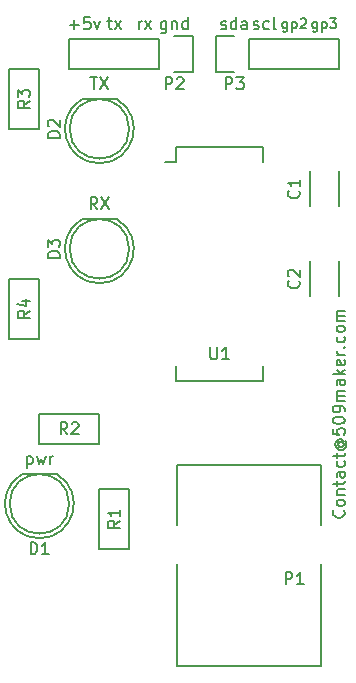
<source format=gto>
G04 #@! TF.FileFunction,Legend,Top*
%FSLAX46Y46*%
G04 Gerber Fmt 4.6, Leading zero omitted, Abs format (unit mm)*
G04 Created by KiCad (PCBNEW 4.0.4+e1-6308~48~ubuntu16.04.1-stable) date Thu Oct 20 18:00:38 2016*
%MOMM*%
%LPD*%
G01*
G04 APERTURE LIST*
%ADD10C,0.100000*%
%ADD11C,0.200000*%
%ADD12C,0.150000*%
G04 APERTURE END LIST*
D10*
D11*
X156872857Y-72207857D02*
X156872857Y-72895952D01*
X156832380Y-72976905D01*
X156791904Y-73017381D01*
X156710952Y-73057857D01*
X156589523Y-73057857D01*
X156508571Y-73017381D01*
X156872857Y-72734048D02*
X156791904Y-72774524D01*
X156630000Y-72774524D01*
X156549047Y-72734048D01*
X156508571Y-72693571D01*
X156468095Y-72612619D01*
X156468095Y-72369762D01*
X156508571Y-72288810D01*
X156549047Y-72248333D01*
X156630000Y-72207857D01*
X156791904Y-72207857D01*
X156872857Y-72248333D01*
X157277619Y-72207857D02*
X157277619Y-73057857D01*
X157277619Y-72248333D02*
X157358571Y-72207857D01*
X157520476Y-72207857D01*
X157601428Y-72248333D01*
X157641905Y-72288810D01*
X157682381Y-72369762D01*
X157682381Y-72612619D01*
X157641905Y-72693571D01*
X157601428Y-72734048D01*
X157520476Y-72774524D01*
X157358571Y-72774524D01*
X157277619Y-72734048D01*
X157965715Y-71924524D02*
X158491905Y-71924524D01*
X158208572Y-72248333D01*
X158330000Y-72248333D01*
X158410953Y-72288810D01*
X158451429Y-72329286D01*
X158491905Y-72410238D01*
X158491905Y-72612619D01*
X158451429Y-72693571D01*
X158410953Y-72734048D01*
X158330000Y-72774524D01*
X158087143Y-72774524D01*
X158006191Y-72734048D01*
X157965715Y-72693571D01*
X154332857Y-72207857D02*
X154332857Y-72895952D01*
X154292380Y-72976905D01*
X154251904Y-73017381D01*
X154170952Y-73057857D01*
X154049523Y-73057857D01*
X153968571Y-73017381D01*
X154332857Y-72734048D02*
X154251904Y-72774524D01*
X154090000Y-72774524D01*
X154009047Y-72734048D01*
X153968571Y-72693571D01*
X153928095Y-72612619D01*
X153928095Y-72369762D01*
X153968571Y-72288810D01*
X154009047Y-72248333D01*
X154090000Y-72207857D01*
X154251904Y-72207857D01*
X154332857Y-72248333D01*
X154737619Y-72207857D02*
X154737619Y-73057857D01*
X154737619Y-72248333D02*
X154818571Y-72207857D01*
X154980476Y-72207857D01*
X155061428Y-72248333D01*
X155101905Y-72288810D01*
X155142381Y-72369762D01*
X155142381Y-72612619D01*
X155101905Y-72693571D01*
X155061428Y-72734048D01*
X154980476Y-72774524D01*
X154818571Y-72774524D01*
X154737619Y-72734048D01*
X155466191Y-72005476D02*
X155506667Y-71965000D01*
X155587619Y-71924524D01*
X155790000Y-71924524D01*
X155870953Y-71965000D01*
X155911429Y-72005476D01*
X155951905Y-72086429D01*
X155951905Y-72167381D01*
X155911429Y-72288810D01*
X155425715Y-72774524D01*
X155951905Y-72774524D01*
X151495238Y-72794762D02*
X151590476Y-72842381D01*
X151780952Y-72842381D01*
X151876191Y-72794762D01*
X151923810Y-72699524D01*
X151923810Y-72651905D01*
X151876191Y-72556667D01*
X151780952Y-72509048D01*
X151638095Y-72509048D01*
X151542857Y-72461429D01*
X151495238Y-72366190D01*
X151495238Y-72318571D01*
X151542857Y-72223333D01*
X151638095Y-72175714D01*
X151780952Y-72175714D01*
X151876191Y-72223333D01*
X152780953Y-72794762D02*
X152685715Y-72842381D01*
X152495238Y-72842381D01*
X152400000Y-72794762D01*
X152352381Y-72747143D01*
X152304762Y-72651905D01*
X152304762Y-72366190D01*
X152352381Y-72270952D01*
X152400000Y-72223333D01*
X152495238Y-72175714D01*
X152685715Y-72175714D01*
X152780953Y-72223333D01*
X153352381Y-72842381D02*
X153257143Y-72794762D01*
X153209524Y-72699524D01*
X153209524Y-71842381D01*
X148740952Y-72794762D02*
X148836190Y-72842381D01*
X149026666Y-72842381D01*
X149121905Y-72794762D01*
X149169524Y-72699524D01*
X149169524Y-72651905D01*
X149121905Y-72556667D01*
X149026666Y-72509048D01*
X148883809Y-72509048D01*
X148788571Y-72461429D01*
X148740952Y-72366190D01*
X148740952Y-72318571D01*
X148788571Y-72223333D01*
X148883809Y-72175714D01*
X149026666Y-72175714D01*
X149121905Y-72223333D01*
X150026667Y-72842381D02*
X150026667Y-71842381D01*
X150026667Y-72794762D02*
X149931429Y-72842381D01*
X149740952Y-72842381D01*
X149645714Y-72794762D01*
X149598095Y-72747143D01*
X149550476Y-72651905D01*
X149550476Y-72366190D01*
X149598095Y-72270952D01*
X149645714Y-72223333D01*
X149740952Y-72175714D01*
X149931429Y-72175714D01*
X150026667Y-72223333D01*
X150931429Y-72842381D02*
X150931429Y-72318571D01*
X150883810Y-72223333D01*
X150788572Y-72175714D01*
X150598095Y-72175714D01*
X150502857Y-72223333D01*
X150931429Y-72794762D02*
X150836191Y-72842381D01*
X150598095Y-72842381D01*
X150502857Y-72794762D01*
X150455238Y-72699524D01*
X150455238Y-72604286D01*
X150502857Y-72509048D01*
X150598095Y-72461429D01*
X150836191Y-72461429D01*
X150931429Y-72413810D01*
X135921905Y-72461429D02*
X136683810Y-72461429D01*
X136302858Y-72842381D02*
X136302858Y-72080476D01*
X137636191Y-71842381D02*
X137160000Y-71842381D01*
X137112381Y-72318571D01*
X137160000Y-72270952D01*
X137255238Y-72223333D01*
X137493334Y-72223333D01*
X137588572Y-72270952D01*
X137636191Y-72318571D01*
X137683810Y-72413810D01*
X137683810Y-72651905D01*
X137636191Y-72747143D01*
X137588572Y-72794762D01*
X137493334Y-72842381D01*
X137255238Y-72842381D01*
X137160000Y-72794762D01*
X137112381Y-72747143D01*
X138017143Y-72175714D02*
X138255238Y-72842381D01*
X138493334Y-72175714D01*
X139104762Y-72175714D02*
X139485714Y-72175714D01*
X139247619Y-71842381D02*
X139247619Y-72699524D01*
X139295238Y-72794762D01*
X139390476Y-72842381D01*
X139485714Y-72842381D01*
X139723810Y-72842381D02*
X140247620Y-72175714D01*
X139723810Y-72175714D02*
X140247620Y-72842381D01*
X141763809Y-72842381D02*
X141763809Y-72175714D01*
X141763809Y-72366190D02*
X141811428Y-72270952D01*
X141859047Y-72223333D01*
X141954285Y-72175714D01*
X142049524Y-72175714D01*
X142287619Y-72842381D02*
X142811429Y-72175714D01*
X142287619Y-72175714D02*
X142811429Y-72842381D01*
X144089524Y-72175714D02*
X144089524Y-72985238D01*
X144041905Y-73080476D01*
X143994286Y-73128095D01*
X143899047Y-73175714D01*
X143756190Y-73175714D01*
X143660952Y-73128095D01*
X144089524Y-72794762D02*
X143994286Y-72842381D01*
X143803809Y-72842381D01*
X143708571Y-72794762D01*
X143660952Y-72747143D01*
X143613333Y-72651905D01*
X143613333Y-72366190D01*
X143660952Y-72270952D01*
X143708571Y-72223333D01*
X143803809Y-72175714D01*
X143994286Y-72175714D01*
X144089524Y-72223333D01*
X144565714Y-72175714D02*
X144565714Y-72842381D01*
X144565714Y-72270952D02*
X144613333Y-72223333D01*
X144708571Y-72175714D01*
X144851429Y-72175714D01*
X144946667Y-72223333D01*
X144994286Y-72318571D01*
X144994286Y-72842381D01*
X145899048Y-72842381D02*
X145899048Y-71842381D01*
X145899048Y-72794762D02*
X145803810Y-72842381D01*
X145613333Y-72842381D01*
X145518095Y-72794762D01*
X145470476Y-72747143D01*
X145422857Y-72651905D01*
X145422857Y-72366190D01*
X145470476Y-72270952D01*
X145518095Y-72223333D01*
X145613333Y-72175714D01*
X145803810Y-72175714D01*
X145899048Y-72223333D01*
X159107143Y-113576667D02*
X159154762Y-113624286D01*
X159202381Y-113767143D01*
X159202381Y-113862381D01*
X159154762Y-114005239D01*
X159059524Y-114100477D01*
X158964286Y-114148096D01*
X158773810Y-114195715D01*
X158630952Y-114195715D01*
X158440476Y-114148096D01*
X158345238Y-114100477D01*
X158250000Y-114005239D01*
X158202381Y-113862381D01*
X158202381Y-113767143D01*
X158250000Y-113624286D01*
X158297619Y-113576667D01*
X159202381Y-113005239D02*
X159154762Y-113100477D01*
X159107143Y-113148096D01*
X159011905Y-113195715D01*
X158726190Y-113195715D01*
X158630952Y-113148096D01*
X158583333Y-113100477D01*
X158535714Y-113005239D01*
X158535714Y-112862381D01*
X158583333Y-112767143D01*
X158630952Y-112719524D01*
X158726190Y-112671905D01*
X159011905Y-112671905D01*
X159107143Y-112719524D01*
X159154762Y-112767143D01*
X159202381Y-112862381D01*
X159202381Y-113005239D01*
X158535714Y-112243334D02*
X159202381Y-112243334D01*
X158630952Y-112243334D02*
X158583333Y-112195715D01*
X158535714Y-112100477D01*
X158535714Y-111957619D01*
X158583333Y-111862381D01*
X158678571Y-111814762D01*
X159202381Y-111814762D01*
X158535714Y-111481429D02*
X158535714Y-111100477D01*
X158202381Y-111338572D02*
X159059524Y-111338572D01*
X159154762Y-111290953D01*
X159202381Y-111195715D01*
X159202381Y-111100477D01*
X159202381Y-110338571D02*
X158678571Y-110338571D01*
X158583333Y-110386190D01*
X158535714Y-110481428D01*
X158535714Y-110671905D01*
X158583333Y-110767143D01*
X159154762Y-110338571D02*
X159202381Y-110433809D01*
X159202381Y-110671905D01*
X159154762Y-110767143D01*
X159059524Y-110814762D01*
X158964286Y-110814762D01*
X158869048Y-110767143D01*
X158821429Y-110671905D01*
X158821429Y-110433809D01*
X158773810Y-110338571D01*
X159154762Y-109433809D02*
X159202381Y-109529047D01*
X159202381Y-109719524D01*
X159154762Y-109814762D01*
X159107143Y-109862381D01*
X159011905Y-109910000D01*
X158726190Y-109910000D01*
X158630952Y-109862381D01*
X158583333Y-109814762D01*
X158535714Y-109719524D01*
X158535714Y-109529047D01*
X158583333Y-109433809D01*
X158535714Y-109148095D02*
X158535714Y-108767143D01*
X158202381Y-109005238D02*
X159059524Y-109005238D01*
X159154762Y-108957619D01*
X159202381Y-108862381D01*
X159202381Y-108767143D01*
X158726190Y-107814761D02*
X158678571Y-107862380D01*
X158630952Y-107957618D01*
X158630952Y-108052856D01*
X158678571Y-108148094D01*
X158726190Y-108195714D01*
X158821429Y-108243333D01*
X158916667Y-108243333D01*
X159011905Y-108195714D01*
X159059524Y-108148094D01*
X159107143Y-108052856D01*
X159107143Y-107957618D01*
X159059524Y-107862380D01*
X159011905Y-107814761D01*
X158630952Y-107814761D02*
X159011905Y-107814761D01*
X159059524Y-107767142D01*
X159059524Y-107719523D01*
X159011905Y-107624285D01*
X158916667Y-107576666D01*
X158678571Y-107576666D01*
X158535714Y-107671904D01*
X158440476Y-107814761D01*
X158392857Y-108005237D01*
X158440476Y-108195714D01*
X158535714Y-108338571D01*
X158678571Y-108433809D01*
X158869048Y-108481428D01*
X159059524Y-108433809D01*
X159202381Y-108338571D01*
X159297619Y-108195714D01*
X159345238Y-108005237D01*
X159297619Y-107814761D01*
X159202381Y-107671904D01*
X158202381Y-106671904D02*
X158202381Y-107148095D01*
X158678571Y-107195714D01*
X158630952Y-107148095D01*
X158583333Y-107052857D01*
X158583333Y-106814761D01*
X158630952Y-106719523D01*
X158678571Y-106671904D01*
X158773810Y-106624285D01*
X159011905Y-106624285D01*
X159107143Y-106671904D01*
X159154762Y-106719523D01*
X159202381Y-106814761D01*
X159202381Y-107052857D01*
X159154762Y-107148095D01*
X159107143Y-107195714D01*
X158202381Y-106005238D02*
X158202381Y-105909999D01*
X158250000Y-105814761D01*
X158297619Y-105767142D01*
X158392857Y-105719523D01*
X158583333Y-105671904D01*
X158821429Y-105671904D01*
X159011905Y-105719523D01*
X159107143Y-105767142D01*
X159154762Y-105814761D01*
X159202381Y-105909999D01*
X159202381Y-106005238D01*
X159154762Y-106100476D01*
X159107143Y-106148095D01*
X159011905Y-106195714D01*
X158821429Y-106243333D01*
X158583333Y-106243333D01*
X158392857Y-106195714D01*
X158297619Y-106148095D01*
X158250000Y-106100476D01*
X158202381Y-106005238D01*
X159202381Y-105195714D02*
X159202381Y-105005238D01*
X159154762Y-104909999D01*
X159107143Y-104862380D01*
X158964286Y-104767142D01*
X158773810Y-104719523D01*
X158392857Y-104719523D01*
X158297619Y-104767142D01*
X158250000Y-104814761D01*
X158202381Y-104909999D01*
X158202381Y-105100476D01*
X158250000Y-105195714D01*
X158297619Y-105243333D01*
X158392857Y-105290952D01*
X158630952Y-105290952D01*
X158726190Y-105243333D01*
X158773810Y-105195714D01*
X158821429Y-105100476D01*
X158821429Y-104909999D01*
X158773810Y-104814761D01*
X158726190Y-104767142D01*
X158630952Y-104719523D01*
X159202381Y-104290952D02*
X158535714Y-104290952D01*
X158630952Y-104290952D02*
X158583333Y-104243333D01*
X158535714Y-104148095D01*
X158535714Y-104005237D01*
X158583333Y-103909999D01*
X158678571Y-103862380D01*
X159202381Y-103862380D01*
X158678571Y-103862380D02*
X158583333Y-103814761D01*
X158535714Y-103719523D01*
X158535714Y-103576666D01*
X158583333Y-103481428D01*
X158678571Y-103433809D01*
X159202381Y-103433809D01*
X159202381Y-102529047D02*
X158678571Y-102529047D01*
X158583333Y-102576666D01*
X158535714Y-102671904D01*
X158535714Y-102862381D01*
X158583333Y-102957619D01*
X159154762Y-102529047D02*
X159202381Y-102624285D01*
X159202381Y-102862381D01*
X159154762Y-102957619D01*
X159059524Y-103005238D01*
X158964286Y-103005238D01*
X158869048Y-102957619D01*
X158821429Y-102862381D01*
X158821429Y-102624285D01*
X158773810Y-102529047D01*
X159202381Y-102052857D02*
X158202381Y-102052857D01*
X158821429Y-101957619D02*
X159202381Y-101671904D01*
X158535714Y-101671904D02*
X158916667Y-102052857D01*
X159154762Y-100862380D02*
X159202381Y-100957618D01*
X159202381Y-101148095D01*
X159154762Y-101243333D01*
X159059524Y-101290952D01*
X158678571Y-101290952D01*
X158583333Y-101243333D01*
X158535714Y-101148095D01*
X158535714Y-100957618D01*
X158583333Y-100862380D01*
X158678571Y-100814761D01*
X158773810Y-100814761D01*
X158869048Y-101290952D01*
X159202381Y-100386190D02*
X158535714Y-100386190D01*
X158726190Y-100386190D02*
X158630952Y-100338571D01*
X158583333Y-100290952D01*
X158535714Y-100195714D01*
X158535714Y-100100475D01*
X159107143Y-99767142D02*
X159154762Y-99719523D01*
X159202381Y-99767142D01*
X159154762Y-99814761D01*
X159107143Y-99767142D01*
X159202381Y-99767142D01*
X159154762Y-98862380D02*
X159202381Y-98957618D01*
X159202381Y-99148095D01*
X159154762Y-99243333D01*
X159107143Y-99290952D01*
X159011905Y-99338571D01*
X158726190Y-99338571D01*
X158630952Y-99290952D01*
X158583333Y-99243333D01*
X158535714Y-99148095D01*
X158535714Y-98957618D01*
X158583333Y-98862380D01*
X159202381Y-98290952D02*
X159154762Y-98386190D01*
X159107143Y-98433809D01*
X159011905Y-98481428D01*
X158726190Y-98481428D01*
X158630952Y-98433809D01*
X158583333Y-98386190D01*
X158535714Y-98290952D01*
X158535714Y-98148094D01*
X158583333Y-98052856D01*
X158630952Y-98005237D01*
X158726190Y-97957618D01*
X159011905Y-97957618D01*
X159107143Y-98005237D01*
X159154762Y-98052856D01*
X159202381Y-98148094D01*
X159202381Y-98290952D01*
X159202381Y-97529047D02*
X158535714Y-97529047D01*
X158630952Y-97529047D02*
X158583333Y-97481428D01*
X158535714Y-97386190D01*
X158535714Y-97243332D01*
X158583333Y-97148094D01*
X158678571Y-97100475D01*
X159202381Y-97100475D01*
X158678571Y-97100475D02*
X158583333Y-97052856D01*
X158535714Y-96957618D01*
X158535714Y-96814761D01*
X158583333Y-96719523D01*
X158678571Y-96671904D01*
X159202381Y-96671904D01*
X138263334Y-88082381D02*
X137930000Y-87606190D01*
X137691905Y-88082381D02*
X137691905Y-87082381D01*
X138072858Y-87082381D01*
X138168096Y-87130000D01*
X138215715Y-87177619D01*
X138263334Y-87272857D01*
X138263334Y-87415714D01*
X138215715Y-87510952D01*
X138168096Y-87558571D01*
X138072858Y-87606190D01*
X137691905Y-87606190D01*
X138596667Y-87082381D02*
X139263334Y-88082381D01*
X139263334Y-87082381D02*
X138596667Y-88082381D01*
X137668095Y-76922381D02*
X138239524Y-76922381D01*
X137953809Y-77922381D02*
X137953809Y-76922381D01*
X138477619Y-76922381D02*
X139144286Y-77922381D01*
X139144286Y-76922381D02*
X138477619Y-77922381D01*
X132302381Y-109005714D02*
X132302381Y-110005714D01*
X132302381Y-109053333D02*
X132397619Y-109005714D01*
X132588096Y-109005714D01*
X132683334Y-109053333D01*
X132730953Y-109100952D01*
X132778572Y-109196190D01*
X132778572Y-109481905D01*
X132730953Y-109577143D01*
X132683334Y-109624762D01*
X132588096Y-109672381D01*
X132397619Y-109672381D01*
X132302381Y-109624762D01*
X133111905Y-109005714D02*
X133302381Y-109672381D01*
X133492858Y-109196190D01*
X133683334Y-109672381D01*
X133873810Y-109005714D01*
X134254762Y-109672381D02*
X134254762Y-109005714D01*
X134254762Y-109196190D02*
X134302381Y-109100952D01*
X134350000Y-109053333D01*
X134445238Y-109005714D01*
X134540477Y-109005714D01*
D12*
X158730000Y-84840000D02*
X158730000Y-87840000D01*
X156230000Y-87840000D02*
X156230000Y-84840000D01*
X158730000Y-92460000D02*
X158730000Y-95460000D01*
X156230000Y-95460000D02*
X156230000Y-92460000D01*
X131825096Y-110545112D02*
G75*
G03X134850000Y-110530000I1524904J-2484888D01*
G01*
X131850000Y-110530000D02*
X134850000Y-110530000D01*
X135867936Y-113030000D02*
G75*
G03X135867936Y-113030000I-2517936J0D01*
G01*
X136905096Y-78795112D02*
G75*
G03X139930000Y-78780000I1524904J-2484888D01*
G01*
X136930000Y-78780000D02*
X139930000Y-78780000D01*
X140947936Y-81280000D02*
G75*
G03X140947936Y-81280000I-2517936J0D01*
G01*
X136905096Y-88955112D02*
G75*
G03X139930000Y-88940000I1524904J-2484888D01*
G01*
X136930000Y-88940000D02*
X139930000Y-88940000D01*
X140947936Y-91440000D02*
G75*
G03X140947936Y-91440000I-2517936J0D01*
G01*
X145034000Y-118110000D02*
X145034000Y-126746000D01*
X145034000Y-109728000D02*
X145034000Y-114808000D01*
X157226000Y-118110000D02*
X157226000Y-126746000D01*
X157226000Y-109728000D02*
X157226000Y-114808000D01*
X157226000Y-126746000D02*
X145034000Y-126746000D01*
X145034000Y-109728000D02*
X157226000Y-109728000D01*
X143510000Y-73660000D02*
X135890000Y-73660000D01*
X143510000Y-76200000D02*
X135890000Y-76200000D01*
X146330000Y-76480000D02*
X144780000Y-76480000D01*
X135890000Y-73660000D02*
X135890000Y-76200000D01*
X143510000Y-76200000D02*
X143510000Y-73660000D01*
X144780000Y-73380000D02*
X146330000Y-73380000D01*
X146330000Y-73380000D02*
X146330000Y-76480000D01*
X151130000Y-76200000D02*
X158750000Y-76200000D01*
X151130000Y-73660000D02*
X158750000Y-73660000D01*
X148310000Y-73380000D02*
X149860000Y-73380000D01*
X158750000Y-76200000D02*
X158750000Y-73660000D01*
X151130000Y-73660000D02*
X151130000Y-76200000D01*
X149860000Y-76480000D02*
X148310000Y-76480000D01*
X148310000Y-76480000D02*
X148310000Y-73380000D01*
X144915000Y-82795000D02*
X144915000Y-84065000D01*
X152265000Y-82795000D02*
X152265000Y-84065000D01*
X152265000Y-102625000D02*
X152265000Y-101355000D01*
X144915000Y-102625000D02*
X144915000Y-101355000D01*
X144915000Y-82795000D02*
X152265000Y-82795000D01*
X144915000Y-102625000D02*
X152265000Y-102625000D01*
X144915000Y-84065000D02*
X143980000Y-84065000D01*
X140970000Y-111760000D02*
X140970000Y-116840000D01*
X140970000Y-116840000D02*
X138430000Y-116840000D01*
X138430000Y-116840000D02*
X138430000Y-111760000D01*
X138430000Y-111760000D02*
X140970000Y-111760000D01*
X138430000Y-107950000D02*
X133350000Y-107950000D01*
X133350000Y-107950000D02*
X133350000Y-105410000D01*
X133350000Y-105410000D02*
X138430000Y-105410000D01*
X138430000Y-105410000D02*
X138430000Y-107950000D01*
X133350000Y-76200000D02*
X133350000Y-81280000D01*
X133350000Y-81280000D02*
X130810000Y-81280000D01*
X130810000Y-81280000D02*
X130810000Y-76200000D01*
X130810000Y-76200000D02*
X133350000Y-76200000D01*
X130810000Y-99060000D02*
X130810000Y-93980000D01*
X130810000Y-93980000D02*
X133350000Y-93980000D01*
X133350000Y-93980000D02*
X133350000Y-99060000D01*
X133350000Y-99060000D02*
X130810000Y-99060000D01*
X155297143Y-86526666D02*
X155344762Y-86574285D01*
X155392381Y-86717142D01*
X155392381Y-86812380D01*
X155344762Y-86955238D01*
X155249524Y-87050476D01*
X155154286Y-87098095D01*
X154963810Y-87145714D01*
X154820952Y-87145714D01*
X154630476Y-87098095D01*
X154535238Y-87050476D01*
X154440000Y-86955238D01*
X154392381Y-86812380D01*
X154392381Y-86717142D01*
X154440000Y-86574285D01*
X154487619Y-86526666D01*
X155392381Y-85574285D02*
X155392381Y-86145714D01*
X155392381Y-85860000D02*
X154392381Y-85860000D01*
X154535238Y-85955238D01*
X154630476Y-86050476D01*
X154678095Y-86145714D01*
X155297143Y-94146666D02*
X155344762Y-94194285D01*
X155392381Y-94337142D01*
X155392381Y-94432380D01*
X155344762Y-94575238D01*
X155249524Y-94670476D01*
X155154286Y-94718095D01*
X154963810Y-94765714D01*
X154820952Y-94765714D01*
X154630476Y-94718095D01*
X154535238Y-94670476D01*
X154440000Y-94575238D01*
X154392381Y-94432380D01*
X154392381Y-94337142D01*
X154440000Y-94194285D01*
X154487619Y-94146666D01*
X154487619Y-93765714D02*
X154440000Y-93718095D01*
X154392381Y-93622857D01*
X154392381Y-93384761D01*
X154440000Y-93289523D01*
X154487619Y-93241904D01*
X154582857Y-93194285D01*
X154678095Y-93194285D01*
X154820952Y-93241904D01*
X155392381Y-93813333D01*
X155392381Y-93194285D01*
X132611905Y-117292381D02*
X132611905Y-116292381D01*
X132850000Y-116292381D01*
X132992858Y-116340000D01*
X133088096Y-116435238D01*
X133135715Y-116530476D01*
X133183334Y-116720952D01*
X133183334Y-116863810D01*
X133135715Y-117054286D01*
X133088096Y-117149524D01*
X132992858Y-117244762D01*
X132850000Y-117292381D01*
X132611905Y-117292381D01*
X134135715Y-117292381D02*
X133564286Y-117292381D01*
X133850000Y-117292381D02*
X133850000Y-116292381D01*
X133754762Y-116435238D01*
X133659524Y-116530476D01*
X133564286Y-116578095D01*
X135072381Y-82018095D02*
X134072381Y-82018095D01*
X134072381Y-81780000D01*
X134120000Y-81637142D01*
X134215238Y-81541904D01*
X134310476Y-81494285D01*
X134500952Y-81446666D01*
X134643810Y-81446666D01*
X134834286Y-81494285D01*
X134929524Y-81541904D01*
X135024762Y-81637142D01*
X135072381Y-81780000D01*
X135072381Y-82018095D01*
X134167619Y-81065714D02*
X134120000Y-81018095D01*
X134072381Y-80922857D01*
X134072381Y-80684761D01*
X134120000Y-80589523D01*
X134167619Y-80541904D01*
X134262857Y-80494285D01*
X134358095Y-80494285D01*
X134500952Y-80541904D01*
X135072381Y-81113333D01*
X135072381Y-80494285D01*
X135072381Y-92178095D02*
X134072381Y-92178095D01*
X134072381Y-91940000D01*
X134120000Y-91797142D01*
X134215238Y-91701904D01*
X134310476Y-91654285D01*
X134500952Y-91606666D01*
X134643810Y-91606666D01*
X134834286Y-91654285D01*
X134929524Y-91701904D01*
X135024762Y-91797142D01*
X135072381Y-91940000D01*
X135072381Y-92178095D01*
X134072381Y-91273333D02*
X134072381Y-90654285D01*
X134453333Y-90987619D01*
X134453333Y-90844761D01*
X134500952Y-90749523D01*
X134548571Y-90701904D01*
X134643810Y-90654285D01*
X134881905Y-90654285D01*
X134977143Y-90701904D01*
X135024762Y-90749523D01*
X135072381Y-90844761D01*
X135072381Y-91130476D01*
X135024762Y-91225714D01*
X134977143Y-91273333D01*
X154201905Y-119832381D02*
X154201905Y-118832381D01*
X154582858Y-118832381D01*
X154678096Y-118880000D01*
X154725715Y-118927619D01*
X154773334Y-119022857D01*
X154773334Y-119165714D01*
X154725715Y-119260952D01*
X154678096Y-119308571D01*
X154582858Y-119356190D01*
X154201905Y-119356190D01*
X155725715Y-119832381D02*
X155154286Y-119832381D01*
X155440000Y-119832381D02*
X155440000Y-118832381D01*
X155344762Y-118975238D01*
X155249524Y-119070476D01*
X155154286Y-119118095D01*
X144041905Y-77922381D02*
X144041905Y-76922381D01*
X144422858Y-76922381D01*
X144518096Y-76970000D01*
X144565715Y-77017619D01*
X144613334Y-77112857D01*
X144613334Y-77255714D01*
X144565715Y-77350952D01*
X144518096Y-77398571D01*
X144422858Y-77446190D01*
X144041905Y-77446190D01*
X144994286Y-77017619D02*
X145041905Y-76970000D01*
X145137143Y-76922381D01*
X145375239Y-76922381D01*
X145470477Y-76970000D01*
X145518096Y-77017619D01*
X145565715Y-77112857D01*
X145565715Y-77208095D01*
X145518096Y-77350952D01*
X144946667Y-77922381D01*
X145565715Y-77922381D01*
X149121905Y-77922381D02*
X149121905Y-76922381D01*
X149502858Y-76922381D01*
X149598096Y-76970000D01*
X149645715Y-77017619D01*
X149693334Y-77112857D01*
X149693334Y-77255714D01*
X149645715Y-77350952D01*
X149598096Y-77398571D01*
X149502858Y-77446190D01*
X149121905Y-77446190D01*
X150026667Y-76922381D02*
X150645715Y-76922381D01*
X150312381Y-77303333D01*
X150455239Y-77303333D01*
X150550477Y-77350952D01*
X150598096Y-77398571D01*
X150645715Y-77493810D01*
X150645715Y-77731905D01*
X150598096Y-77827143D01*
X150550477Y-77874762D01*
X150455239Y-77922381D01*
X150169524Y-77922381D01*
X150074286Y-77874762D01*
X150026667Y-77827143D01*
X147828095Y-99782381D02*
X147828095Y-100591905D01*
X147875714Y-100687143D01*
X147923333Y-100734762D01*
X148018571Y-100782381D01*
X148209048Y-100782381D01*
X148304286Y-100734762D01*
X148351905Y-100687143D01*
X148399524Y-100591905D01*
X148399524Y-99782381D01*
X149399524Y-100782381D02*
X148828095Y-100782381D01*
X149113809Y-100782381D02*
X149113809Y-99782381D01*
X149018571Y-99925238D01*
X148923333Y-100020476D01*
X148828095Y-100068095D01*
X140152381Y-114466666D02*
X139676190Y-114800000D01*
X140152381Y-115038095D02*
X139152381Y-115038095D01*
X139152381Y-114657142D01*
X139200000Y-114561904D01*
X139247619Y-114514285D01*
X139342857Y-114466666D01*
X139485714Y-114466666D01*
X139580952Y-114514285D01*
X139628571Y-114561904D01*
X139676190Y-114657142D01*
X139676190Y-115038095D01*
X140152381Y-113514285D02*
X140152381Y-114085714D01*
X140152381Y-113800000D02*
X139152381Y-113800000D01*
X139295238Y-113895238D01*
X139390476Y-113990476D01*
X139438095Y-114085714D01*
X135723334Y-107132381D02*
X135390000Y-106656190D01*
X135151905Y-107132381D02*
X135151905Y-106132381D01*
X135532858Y-106132381D01*
X135628096Y-106180000D01*
X135675715Y-106227619D01*
X135723334Y-106322857D01*
X135723334Y-106465714D01*
X135675715Y-106560952D01*
X135628096Y-106608571D01*
X135532858Y-106656190D01*
X135151905Y-106656190D01*
X136104286Y-106227619D02*
X136151905Y-106180000D01*
X136247143Y-106132381D01*
X136485239Y-106132381D01*
X136580477Y-106180000D01*
X136628096Y-106227619D01*
X136675715Y-106322857D01*
X136675715Y-106418095D01*
X136628096Y-106560952D01*
X136056667Y-107132381D01*
X136675715Y-107132381D01*
X132532381Y-78906666D02*
X132056190Y-79240000D01*
X132532381Y-79478095D02*
X131532381Y-79478095D01*
X131532381Y-79097142D01*
X131580000Y-79001904D01*
X131627619Y-78954285D01*
X131722857Y-78906666D01*
X131865714Y-78906666D01*
X131960952Y-78954285D01*
X132008571Y-79001904D01*
X132056190Y-79097142D01*
X132056190Y-79478095D01*
X131532381Y-78573333D02*
X131532381Y-77954285D01*
X131913333Y-78287619D01*
X131913333Y-78144761D01*
X131960952Y-78049523D01*
X132008571Y-78001904D01*
X132103810Y-77954285D01*
X132341905Y-77954285D01*
X132437143Y-78001904D01*
X132484762Y-78049523D01*
X132532381Y-78144761D01*
X132532381Y-78430476D01*
X132484762Y-78525714D01*
X132437143Y-78573333D01*
X132532381Y-96686666D02*
X132056190Y-97020000D01*
X132532381Y-97258095D02*
X131532381Y-97258095D01*
X131532381Y-96877142D01*
X131580000Y-96781904D01*
X131627619Y-96734285D01*
X131722857Y-96686666D01*
X131865714Y-96686666D01*
X131960952Y-96734285D01*
X132008571Y-96781904D01*
X132056190Y-96877142D01*
X132056190Y-97258095D01*
X131865714Y-95829523D02*
X132532381Y-95829523D01*
X131484762Y-96067619D02*
X132199048Y-96305714D01*
X132199048Y-95686666D01*
M02*

</source>
